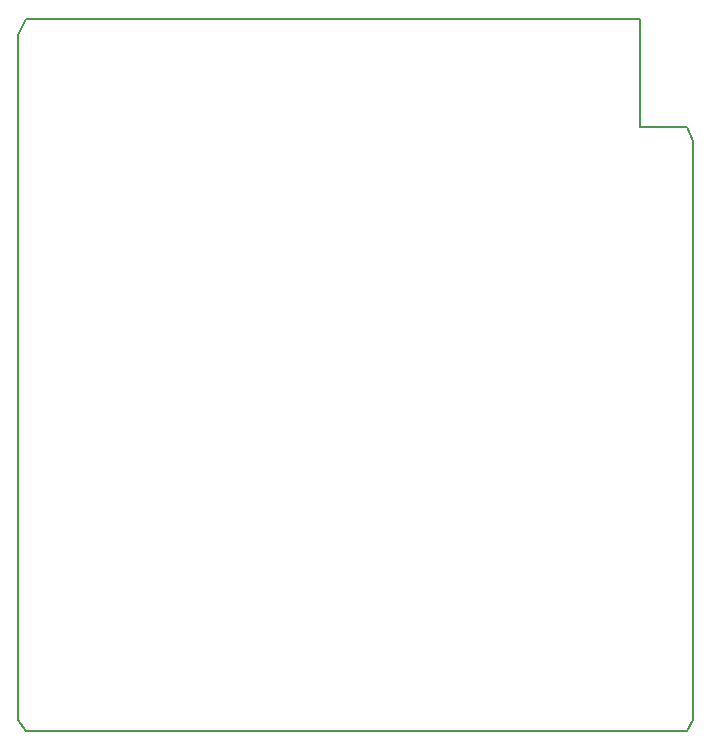
<source format=gbr>
%TF.GenerationSoftware,KiCad,Pcbnew,(6.0.7)*%
%TF.CreationDate,2022-12-04T22:23:23-06:00*%
%TF.ProjectId,SmartSpin2k,536d6172-7453-4706-996e-326b2e6b6963,2.35*%
%TF.SameCoordinates,Original*%
%TF.FileFunction,Profile,NP*%
%FSLAX46Y46*%
G04 Gerber Fmt 4.6, Leading zero omitted, Abs format (unit mm)*
G04 Created by KiCad (PCBNEW (6.0.7)) date 2022-12-04 22:23:23*
%MOMM*%
%LPD*%
G01*
G04 APERTURE LIST*
%TA.AperFunction,Profile*%
%ADD10C,0.150000*%
%TD*%
G04 APERTURE END LIST*
D10*
X680000Y0D02*
X56680000Y0D01*
X680000Y60325000D02*
X0Y58970000D01*
X52695400Y51180175D02*
X52668000Y60291712D01*
X52668000Y60291712D02*
X680000Y60325000D01*
X0Y58970000D02*
X0Y970000D01*
X52695400Y51180175D02*
X56680000Y51180000D01*
X0Y970000D02*
X680000Y0D01*
X57150000Y970000D02*
X56680000Y0D01*
X57162600Y49970000D02*
X56680000Y51180000D01*
X57162600Y49970000D02*
X57150000Y970000D01*
M02*

</source>
